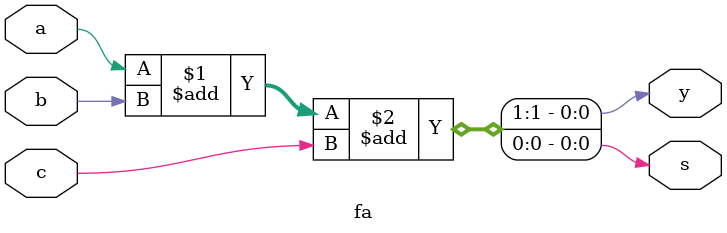
<source format=sv>
module fa(
input a,b,c,output s,y);
assign {y,s}=a+b+c;
endmodule
</source>
